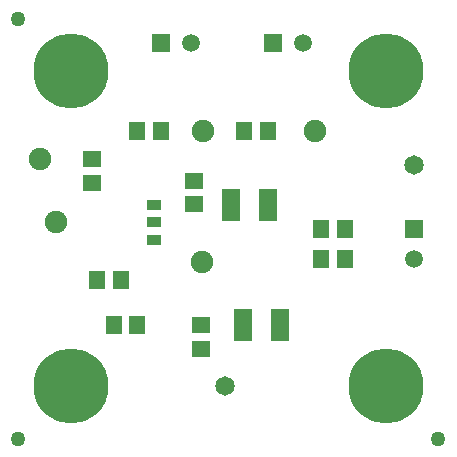
<source format=gbr>
G04 Layer_Color=255*
%FSLAX26Y26*%
%MOIN*%
%TF.FileFunction,Pads,Top*%
%TF.Part,Single*%
G01*
G75*
%TA.AperFunction,SMDPad,CuDef*%
%ADD10R,0.059055X0.055118*%
%ADD11R,0.055118X0.059055*%
%TA.AperFunction,FiducialPad,Global*%
%ADD12C,0.050000*%
%TA.AperFunction,SMDPad,CuDef*%
%ADD13C,0.075000*%
%ADD14R,0.059055X0.110236*%
%ADD15R,0.051181X0.035433*%
%TA.AperFunction,ComponentPad*%
%ADD17C,0.065000*%
%ADD18C,0.250000*%
%ADD19R,0.059055X0.059055*%
%ADD20C,0.059055*%
%ADD21R,0.059055X0.059055*%
D10*
X296000Y981370D02*
D03*
Y902630D02*
D03*
X659370Y429000D02*
D03*
Y350260D02*
D03*
X636370Y830575D02*
D03*
Y909315D02*
D03*
D11*
X447000Y1077000D02*
D03*
X525740D02*
D03*
X803000D02*
D03*
X881740D02*
D03*
X1139000Y650118D02*
D03*
X1060260D02*
D03*
X367874Y429000D02*
D03*
X446614D02*
D03*
X312945Y578000D02*
D03*
X391685D02*
D03*
X1139000Y750118D02*
D03*
X1060260D02*
D03*
D12*
X50000Y1450000D02*
D03*
Y50000D02*
D03*
X1450000D02*
D03*
D13*
X122000Y981000D02*
D03*
X1040000Y1077000D02*
D03*
X661000Y640000D02*
D03*
X665000Y1077000D02*
D03*
X175000Y771000D02*
D03*
D14*
X921394Y429000D02*
D03*
X799346D02*
D03*
X881024Y830000D02*
D03*
X758976D02*
D03*
D15*
X502520Y770945D02*
D03*
Y830055D02*
D03*
Y711945D02*
D03*
D17*
X740000Y225000D02*
D03*
X1370000Y962320D02*
D03*
D18*
X225000Y1275000D02*
D03*
X1275000D02*
D03*
X225000Y225000D02*
D03*
X1275000D02*
D03*
D19*
X900000Y1370000D02*
D03*
X525000D02*
D03*
D20*
X1000000D02*
D03*
X1370000Y650000D02*
D03*
X625000Y1370000D02*
D03*
D21*
X1370000Y750000D02*
D03*
%TF.MD5,411040696853480f0db3549453dbe52b*%
M02*

</source>
